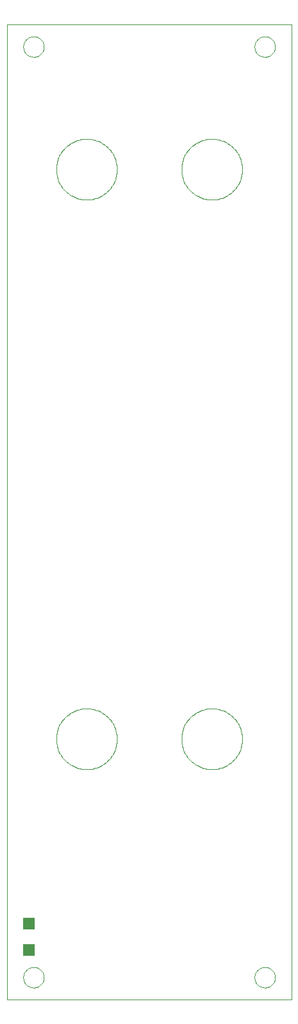
<source format=gtp>
G75*
G70*
%OFA0B0*%
%FSLAX24Y24*%
%IPPOS*%
%LPD*%
%AMOC8*
5,1,8,0,0,1.08239X$1,22.5*
%
%ADD10C,0.0000*%
%ADD11R,0.0591X0.0591*%
D10*
X000142Y000180D02*
X000142Y050680D01*
X014892Y050680D01*
X014892Y000180D01*
X000142Y000180D01*
X000986Y001330D02*
X000988Y001376D01*
X000994Y001421D01*
X001004Y001466D01*
X001017Y001509D01*
X001034Y001552D01*
X001055Y001592D01*
X001079Y001631D01*
X001107Y001667D01*
X001138Y001701D01*
X001171Y001733D01*
X001207Y001761D01*
X001245Y001786D01*
X001285Y001808D01*
X001327Y001826D01*
X001370Y001840D01*
X001415Y001851D01*
X001460Y001858D01*
X001506Y001861D01*
X001551Y001860D01*
X001597Y001855D01*
X001642Y001846D01*
X001685Y001834D01*
X001728Y001817D01*
X001769Y001797D01*
X001808Y001774D01*
X001846Y001747D01*
X001880Y001717D01*
X001912Y001685D01*
X001941Y001649D01*
X001967Y001612D01*
X001990Y001572D01*
X002009Y001531D01*
X002024Y001488D01*
X002036Y001443D01*
X002044Y001398D01*
X002048Y001353D01*
X002048Y001307D01*
X002044Y001262D01*
X002036Y001217D01*
X002024Y001172D01*
X002009Y001129D01*
X001990Y001088D01*
X001967Y001048D01*
X001941Y001011D01*
X001912Y000975D01*
X001880Y000943D01*
X001846Y000913D01*
X001808Y000886D01*
X001769Y000863D01*
X001728Y000843D01*
X001685Y000826D01*
X001642Y000814D01*
X001597Y000805D01*
X001551Y000800D01*
X001506Y000799D01*
X001460Y000802D01*
X001415Y000809D01*
X001370Y000820D01*
X001327Y000834D01*
X001285Y000852D01*
X001245Y000874D01*
X001207Y000899D01*
X001171Y000927D01*
X001138Y000959D01*
X001107Y000993D01*
X001079Y001029D01*
X001055Y001068D01*
X001034Y001108D01*
X001017Y001151D01*
X001004Y001194D01*
X000994Y001239D01*
X000988Y001284D01*
X000986Y001330D01*
X002692Y013680D02*
X002694Y013759D01*
X002700Y013838D01*
X002710Y013917D01*
X002724Y013995D01*
X002741Y014072D01*
X002763Y014148D01*
X002788Y014223D01*
X002818Y014296D01*
X002850Y014368D01*
X002887Y014439D01*
X002927Y014507D01*
X002970Y014573D01*
X003016Y014637D01*
X003066Y014699D01*
X003119Y014758D01*
X003174Y014814D01*
X003233Y014868D01*
X003294Y014918D01*
X003357Y014966D01*
X003423Y015010D01*
X003491Y015051D01*
X003561Y015088D01*
X003632Y015122D01*
X003706Y015152D01*
X003780Y015178D01*
X003856Y015200D01*
X003933Y015219D01*
X004011Y015234D01*
X004089Y015245D01*
X004168Y015252D01*
X004247Y015255D01*
X004326Y015254D01*
X004405Y015249D01*
X004484Y015240D01*
X004562Y015227D01*
X004639Y015210D01*
X004716Y015190D01*
X004791Y015165D01*
X004865Y015137D01*
X004938Y015105D01*
X005008Y015070D01*
X005077Y015031D01*
X005144Y014988D01*
X005209Y014942D01*
X005271Y014894D01*
X005331Y014842D01*
X005388Y014787D01*
X005442Y014729D01*
X005493Y014669D01*
X005541Y014606D01*
X005586Y014541D01*
X005628Y014473D01*
X005666Y014404D01*
X005700Y014333D01*
X005731Y014260D01*
X005759Y014185D01*
X005782Y014110D01*
X005802Y014033D01*
X005818Y013956D01*
X005830Y013877D01*
X005838Y013799D01*
X005842Y013720D01*
X005842Y013640D01*
X005838Y013561D01*
X005830Y013483D01*
X005818Y013404D01*
X005802Y013327D01*
X005782Y013250D01*
X005759Y013175D01*
X005731Y013100D01*
X005700Y013027D01*
X005666Y012956D01*
X005628Y012887D01*
X005586Y012819D01*
X005541Y012754D01*
X005493Y012691D01*
X005442Y012631D01*
X005388Y012573D01*
X005331Y012518D01*
X005271Y012466D01*
X005209Y012418D01*
X005144Y012372D01*
X005077Y012329D01*
X005008Y012290D01*
X004938Y012255D01*
X004865Y012223D01*
X004791Y012195D01*
X004716Y012170D01*
X004639Y012150D01*
X004562Y012133D01*
X004484Y012120D01*
X004405Y012111D01*
X004326Y012106D01*
X004247Y012105D01*
X004168Y012108D01*
X004089Y012115D01*
X004011Y012126D01*
X003933Y012141D01*
X003856Y012160D01*
X003780Y012182D01*
X003706Y012208D01*
X003632Y012238D01*
X003561Y012272D01*
X003491Y012309D01*
X003423Y012350D01*
X003357Y012394D01*
X003294Y012442D01*
X003233Y012492D01*
X003174Y012546D01*
X003119Y012602D01*
X003066Y012661D01*
X003016Y012723D01*
X002970Y012787D01*
X002927Y012853D01*
X002887Y012921D01*
X002850Y012992D01*
X002818Y013064D01*
X002788Y013137D01*
X002763Y013212D01*
X002741Y013288D01*
X002724Y013365D01*
X002710Y013443D01*
X002700Y013522D01*
X002694Y013601D01*
X002692Y013680D01*
X009192Y013680D02*
X009194Y013759D01*
X009200Y013838D01*
X009210Y013917D01*
X009224Y013995D01*
X009241Y014072D01*
X009263Y014148D01*
X009288Y014223D01*
X009318Y014296D01*
X009350Y014368D01*
X009387Y014439D01*
X009427Y014507D01*
X009470Y014573D01*
X009516Y014637D01*
X009566Y014699D01*
X009619Y014758D01*
X009674Y014814D01*
X009733Y014868D01*
X009794Y014918D01*
X009857Y014966D01*
X009923Y015010D01*
X009991Y015051D01*
X010061Y015088D01*
X010132Y015122D01*
X010206Y015152D01*
X010280Y015178D01*
X010356Y015200D01*
X010433Y015219D01*
X010511Y015234D01*
X010589Y015245D01*
X010668Y015252D01*
X010747Y015255D01*
X010826Y015254D01*
X010905Y015249D01*
X010984Y015240D01*
X011062Y015227D01*
X011139Y015210D01*
X011216Y015190D01*
X011291Y015165D01*
X011365Y015137D01*
X011438Y015105D01*
X011508Y015070D01*
X011577Y015031D01*
X011644Y014988D01*
X011709Y014942D01*
X011771Y014894D01*
X011831Y014842D01*
X011888Y014787D01*
X011942Y014729D01*
X011993Y014669D01*
X012041Y014606D01*
X012086Y014541D01*
X012128Y014473D01*
X012166Y014404D01*
X012200Y014333D01*
X012231Y014260D01*
X012259Y014185D01*
X012282Y014110D01*
X012302Y014033D01*
X012318Y013956D01*
X012330Y013877D01*
X012338Y013799D01*
X012342Y013720D01*
X012342Y013640D01*
X012338Y013561D01*
X012330Y013483D01*
X012318Y013404D01*
X012302Y013327D01*
X012282Y013250D01*
X012259Y013175D01*
X012231Y013100D01*
X012200Y013027D01*
X012166Y012956D01*
X012128Y012887D01*
X012086Y012819D01*
X012041Y012754D01*
X011993Y012691D01*
X011942Y012631D01*
X011888Y012573D01*
X011831Y012518D01*
X011771Y012466D01*
X011709Y012418D01*
X011644Y012372D01*
X011577Y012329D01*
X011508Y012290D01*
X011438Y012255D01*
X011365Y012223D01*
X011291Y012195D01*
X011216Y012170D01*
X011139Y012150D01*
X011062Y012133D01*
X010984Y012120D01*
X010905Y012111D01*
X010826Y012106D01*
X010747Y012105D01*
X010668Y012108D01*
X010589Y012115D01*
X010511Y012126D01*
X010433Y012141D01*
X010356Y012160D01*
X010280Y012182D01*
X010206Y012208D01*
X010132Y012238D01*
X010061Y012272D01*
X009991Y012309D01*
X009923Y012350D01*
X009857Y012394D01*
X009794Y012442D01*
X009733Y012492D01*
X009674Y012546D01*
X009619Y012602D01*
X009566Y012661D01*
X009516Y012723D01*
X009470Y012787D01*
X009427Y012853D01*
X009387Y012921D01*
X009350Y012992D01*
X009318Y013064D01*
X009288Y013137D01*
X009263Y013212D01*
X009241Y013288D01*
X009224Y013365D01*
X009210Y013443D01*
X009200Y013522D01*
X009194Y013601D01*
X009192Y013680D01*
X012986Y001330D02*
X012988Y001376D01*
X012994Y001421D01*
X013004Y001466D01*
X013017Y001509D01*
X013034Y001552D01*
X013055Y001592D01*
X013079Y001631D01*
X013107Y001667D01*
X013138Y001701D01*
X013171Y001733D01*
X013207Y001761D01*
X013245Y001786D01*
X013285Y001808D01*
X013327Y001826D01*
X013370Y001840D01*
X013415Y001851D01*
X013460Y001858D01*
X013506Y001861D01*
X013551Y001860D01*
X013597Y001855D01*
X013642Y001846D01*
X013685Y001834D01*
X013728Y001817D01*
X013769Y001797D01*
X013808Y001774D01*
X013846Y001747D01*
X013880Y001717D01*
X013912Y001685D01*
X013941Y001649D01*
X013967Y001612D01*
X013990Y001572D01*
X014009Y001531D01*
X014024Y001488D01*
X014036Y001443D01*
X014044Y001398D01*
X014048Y001353D01*
X014048Y001307D01*
X014044Y001262D01*
X014036Y001217D01*
X014024Y001172D01*
X014009Y001129D01*
X013990Y001088D01*
X013967Y001048D01*
X013941Y001011D01*
X013912Y000975D01*
X013880Y000943D01*
X013846Y000913D01*
X013808Y000886D01*
X013769Y000863D01*
X013728Y000843D01*
X013685Y000826D01*
X013642Y000814D01*
X013597Y000805D01*
X013551Y000800D01*
X013506Y000799D01*
X013460Y000802D01*
X013415Y000809D01*
X013370Y000820D01*
X013327Y000834D01*
X013285Y000852D01*
X013245Y000874D01*
X013207Y000899D01*
X013171Y000927D01*
X013138Y000959D01*
X013107Y000993D01*
X013079Y001029D01*
X013055Y001068D01*
X013034Y001108D01*
X013017Y001151D01*
X013004Y001194D01*
X012994Y001239D01*
X012988Y001284D01*
X012986Y001330D01*
X009192Y043180D02*
X009194Y043259D01*
X009200Y043338D01*
X009210Y043417D01*
X009224Y043495D01*
X009241Y043572D01*
X009263Y043648D01*
X009288Y043723D01*
X009318Y043796D01*
X009350Y043868D01*
X009387Y043939D01*
X009427Y044007D01*
X009470Y044073D01*
X009516Y044137D01*
X009566Y044199D01*
X009619Y044258D01*
X009674Y044314D01*
X009733Y044368D01*
X009794Y044418D01*
X009857Y044466D01*
X009923Y044510D01*
X009991Y044551D01*
X010061Y044588D01*
X010132Y044622D01*
X010206Y044652D01*
X010280Y044678D01*
X010356Y044700D01*
X010433Y044719D01*
X010511Y044734D01*
X010589Y044745D01*
X010668Y044752D01*
X010747Y044755D01*
X010826Y044754D01*
X010905Y044749D01*
X010984Y044740D01*
X011062Y044727D01*
X011139Y044710D01*
X011216Y044690D01*
X011291Y044665D01*
X011365Y044637D01*
X011438Y044605D01*
X011508Y044570D01*
X011577Y044531D01*
X011644Y044488D01*
X011709Y044442D01*
X011771Y044394D01*
X011831Y044342D01*
X011888Y044287D01*
X011942Y044229D01*
X011993Y044169D01*
X012041Y044106D01*
X012086Y044041D01*
X012128Y043973D01*
X012166Y043904D01*
X012200Y043833D01*
X012231Y043760D01*
X012259Y043685D01*
X012282Y043610D01*
X012302Y043533D01*
X012318Y043456D01*
X012330Y043377D01*
X012338Y043299D01*
X012342Y043220D01*
X012342Y043140D01*
X012338Y043061D01*
X012330Y042983D01*
X012318Y042904D01*
X012302Y042827D01*
X012282Y042750D01*
X012259Y042675D01*
X012231Y042600D01*
X012200Y042527D01*
X012166Y042456D01*
X012128Y042387D01*
X012086Y042319D01*
X012041Y042254D01*
X011993Y042191D01*
X011942Y042131D01*
X011888Y042073D01*
X011831Y042018D01*
X011771Y041966D01*
X011709Y041918D01*
X011644Y041872D01*
X011577Y041829D01*
X011508Y041790D01*
X011438Y041755D01*
X011365Y041723D01*
X011291Y041695D01*
X011216Y041670D01*
X011139Y041650D01*
X011062Y041633D01*
X010984Y041620D01*
X010905Y041611D01*
X010826Y041606D01*
X010747Y041605D01*
X010668Y041608D01*
X010589Y041615D01*
X010511Y041626D01*
X010433Y041641D01*
X010356Y041660D01*
X010280Y041682D01*
X010206Y041708D01*
X010132Y041738D01*
X010061Y041772D01*
X009991Y041809D01*
X009923Y041850D01*
X009857Y041894D01*
X009794Y041942D01*
X009733Y041992D01*
X009674Y042046D01*
X009619Y042102D01*
X009566Y042161D01*
X009516Y042223D01*
X009470Y042287D01*
X009427Y042353D01*
X009387Y042421D01*
X009350Y042492D01*
X009318Y042564D01*
X009288Y042637D01*
X009263Y042712D01*
X009241Y042788D01*
X009224Y042865D01*
X009210Y042943D01*
X009200Y043022D01*
X009194Y043101D01*
X009192Y043180D01*
X012986Y049530D02*
X012988Y049576D01*
X012994Y049621D01*
X013004Y049666D01*
X013017Y049709D01*
X013034Y049752D01*
X013055Y049792D01*
X013079Y049831D01*
X013107Y049867D01*
X013138Y049901D01*
X013171Y049933D01*
X013207Y049961D01*
X013245Y049986D01*
X013285Y050008D01*
X013327Y050026D01*
X013370Y050040D01*
X013415Y050051D01*
X013460Y050058D01*
X013506Y050061D01*
X013551Y050060D01*
X013597Y050055D01*
X013642Y050046D01*
X013685Y050034D01*
X013728Y050017D01*
X013769Y049997D01*
X013808Y049974D01*
X013846Y049947D01*
X013880Y049917D01*
X013912Y049885D01*
X013941Y049849D01*
X013967Y049812D01*
X013990Y049772D01*
X014009Y049731D01*
X014024Y049688D01*
X014036Y049643D01*
X014044Y049598D01*
X014048Y049553D01*
X014048Y049507D01*
X014044Y049462D01*
X014036Y049417D01*
X014024Y049372D01*
X014009Y049329D01*
X013990Y049288D01*
X013967Y049248D01*
X013941Y049211D01*
X013912Y049175D01*
X013880Y049143D01*
X013846Y049113D01*
X013808Y049086D01*
X013769Y049063D01*
X013728Y049043D01*
X013685Y049026D01*
X013642Y049014D01*
X013597Y049005D01*
X013551Y049000D01*
X013506Y048999D01*
X013460Y049002D01*
X013415Y049009D01*
X013370Y049020D01*
X013327Y049034D01*
X013285Y049052D01*
X013245Y049074D01*
X013207Y049099D01*
X013171Y049127D01*
X013138Y049159D01*
X013107Y049193D01*
X013079Y049229D01*
X013055Y049268D01*
X013034Y049308D01*
X013017Y049351D01*
X013004Y049394D01*
X012994Y049439D01*
X012988Y049484D01*
X012986Y049530D01*
X002692Y043180D02*
X002694Y043259D01*
X002700Y043338D01*
X002710Y043417D01*
X002724Y043495D01*
X002741Y043572D01*
X002763Y043648D01*
X002788Y043723D01*
X002818Y043796D01*
X002850Y043868D01*
X002887Y043939D01*
X002927Y044007D01*
X002970Y044073D01*
X003016Y044137D01*
X003066Y044199D01*
X003119Y044258D01*
X003174Y044314D01*
X003233Y044368D01*
X003294Y044418D01*
X003357Y044466D01*
X003423Y044510D01*
X003491Y044551D01*
X003561Y044588D01*
X003632Y044622D01*
X003706Y044652D01*
X003780Y044678D01*
X003856Y044700D01*
X003933Y044719D01*
X004011Y044734D01*
X004089Y044745D01*
X004168Y044752D01*
X004247Y044755D01*
X004326Y044754D01*
X004405Y044749D01*
X004484Y044740D01*
X004562Y044727D01*
X004639Y044710D01*
X004716Y044690D01*
X004791Y044665D01*
X004865Y044637D01*
X004938Y044605D01*
X005008Y044570D01*
X005077Y044531D01*
X005144Y044488D01*
X005209Y044442D01*
X005271Y044394D01*
X005331Y044342D01*
X005388Y044287D01*
X005442Y044229D01*
X005493Y044169D01*
X005541Y044106D01*
X005586Y044041D01*
X005628Y043973D01*
X005666Y043904D01*
X005700Y043833D01*
X005731Y043760D01*
X005759Y043685D01*
X005782Y043610D01*
X005802Y043533D01*
X005818Y043456D01*
X005830Y043377D01*
X005838Y043299D01*
X005842Y043220D01*
X005842Y043140D01*
X005838Y043061D01*
X005830Y042983D01*
X005818Y042904D01*
X005802Y042827D01*
X005782Y042750D01*
X005759Y042675D01*
X005731Y042600D01*
X005700Y042527D01*
X005666Y042456D01*
X005628Y042387D01*
X005586Y042319D01*
X005541Y042254D01*
X005493Y042191D01*
X005442Y042131D01*
X005388Y042073D01*
X005331Y042018D01*
X005271Y041966D01*
X005209Y041918D01*
X005144Y041872D01*
X005077Y041829D01*
X005008Y041790D01*
X004938Y041755D01*
X004865Y041723D01*
X004791Y041695D01*
X004716Y041670D01*
X004639Y041650D01*
X004562Y041633D01*
X004484Y041620D01*
X004405Y041611D01*
X004326Y041606D01*
X004247Y041605D01*
X004168Y041608D01*
X004089Y041615D01*
X004011Y041626D01*
X003933Y041641D01*
X003856Y041660D01*
X003780Y041682D01*
X003706Y041708D01*
X003632Y041738D01*
X003561Y041772D01*
X003491Y041809D01*
X003423Y041850D01*
X003357Y041894D01*
X003294Y041942D01*
X003233Y041992D01*
X003174Y042046D01*
X003119Y042102D01*
X003066Y042161D01*
X003016Y042223D01*
X002970Y042287D01*
X002927Y042353D01*
X002887Y042421D01*
X002850Y042492D01*
X002818Y042564D01*
X002788Y042637D01*
X002763Y042712D01*
X002741Y042788D01*
X002724Y042865D01*
X002710Y042943D01*
X002700Y043022D01*
X002694Y043101D01*
X002692Y043180D01*
X000986Y049530D02*
X000988Y049576D01*
X000994Y049621D01*
X001004Y049666D01*
X001017Y049709D01*
X001034Y049752D01*
X001055Y049792D01*
X001079Y049831D01*
X001107Y049867D01*
X001138Y049901D01*
X001171Y049933D01*
X001207Y049961D01*
X001245Y049986D01*
X001285Y050008D01*
X001327Y050026D01*
X001370Y050040D01*
X001415Y050051D01*
X001460Y050058D01*
X001506Y050061D01*
X001551Y050060D01*
X001597Y050055D01*
X001642Y050046D01*
X001685Y050034D01*
X001728Y050017D01*
X001769Y049997D01*
X001808Y049974D01*
X001846Y049947D01*
X001880Y049917D01*
X001912Y049885D01*
X001941Y049849D01*
X001967Y049812D01*
X001990Y049772D01*
X002009Y049731D01*
X002024Y049688D01*
X002036Y049643D01*
X002044Y049598D01*
X002048Y049553D01*
X002048Y049507D01*
X002044Y049462D01*
X002036Y049417D01*
X002024Y049372D01*
X002009Y049329D01*
X001990Y049288D01*
X001967Y049248D01*
X001941Y049211D01*
X001912Y049175D01*
X001880Y049143D01*
X001846Y049113D01*
X001808Y049086D01*
X001769Y049063D01*
X001728Y049043D01*
X001685Y049026D01*
X001642Y049014D01*
X001597Y049005D01*
X001551Y049000D01*
X001506Y048999D01*
X001460Y049002D01*
X001415Y049009D01*
X001370Y049020D01*
X001327Y049034D01*
X001285Y049052D01*
X001245Y049074D01*
X001207Y049099D01*
X001171Y049127D01*
X001138Y049159D01*
X001107Y049193D01*
X001079Y049229D01*
X001055Y049268D01*
X001034Y049308D01*
X001017Y049351D01*
X001004Y049394D01*
X000994Y049439D01*
X000988Y049484D01*
X000986Y049530D01*
D11*
X001267Y004119D03*
X001267Y002741D03*
M02*

</source>
